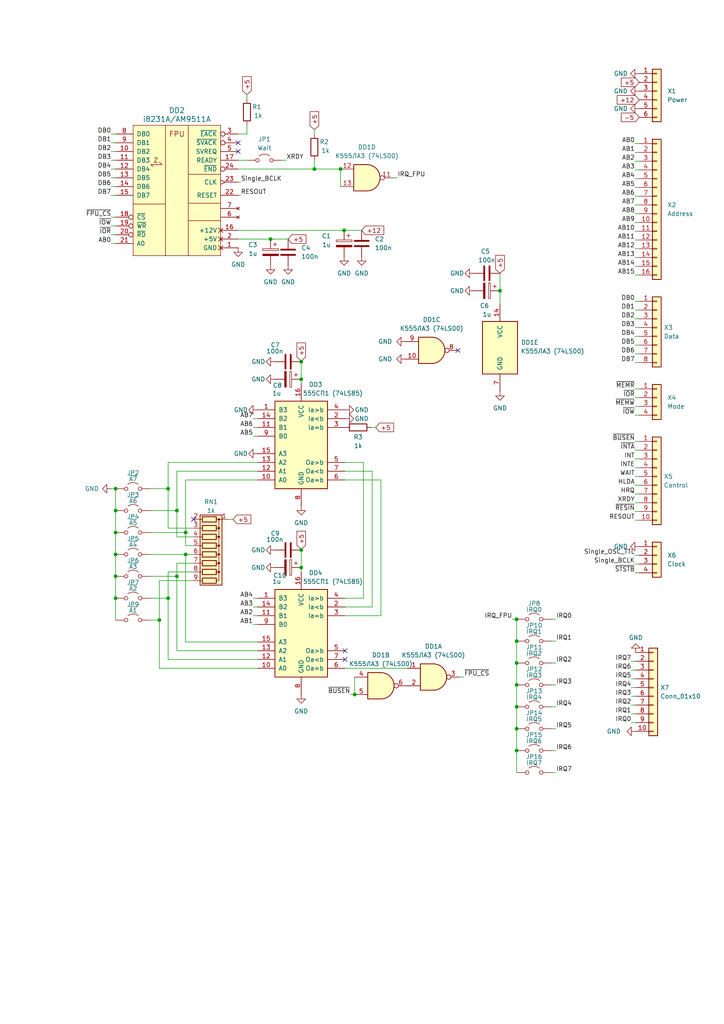
<source format=kicad_sch>
(kicad_sch (version 20231120) (generator "eeschema") (generator_version "8.0")
  (paper "A4" portrait)
  (title_block (title "Модуль математического процессора") (date "2026-02-19") (company "R2AKT") (comment 1 "R2AKT.467442.002") (comment 2 "R2AKT"))
  (lib_symbols
    (symbol "74xx:74LS00" (pin_names (offset 1.016))
      (property "Reference" "U" (at 0 1.27 0))
      (property "Value" "74LS00" (at 0 -1.27 0))
      (symbol "74LS00_1_1"
        (pin input line (at -7.62 2.54 0) (length 3.81) (name "~") (number "1"))
        (pin input line (at -7.62 -2.54 0) (length 3.81) (name "~") (number "2"))
        (pin output inverted (at 7.62 0 180) (length 3.81) (name "~") (number "3"))
      )
      (symbol "74LS00_1_2"
        (pin input inverted (at -7.62 2.54 0) (length 4.318) (name "~") (number "1"))
        (pin input inverted (at -7.62 -2.54 0) (length 4.318) (name "~") (number "2"))
        (pin output line (at 7.62 0 180) (length 3.81) (name "~") (number "3"))
      )
      (symbol "74LS00_2_1"
        (pin input line (at -7.62 2.54 0) (length 3.81) (name "~") (number "4"))
        (pin input line (at -7.62 -2.54 0) (length 3.81) (name "~") (number "5"))
        (pin output inverted (at 7.62 0 180) (length 3.81) (name "~") (number "6"))
      )
      (symbol "74LS00_2_2"
        (pin input inverted (at -7.62 2.54 0) (length 4.318) (name "~") (number "4"))
        (pin input inverted (at -7.62 -2.54 0) (length 4.318) (name "~") (number "5"))
        (pin output line (at 7.62 0 180) (length 3.81) (name "~") (number "6"))
      )
      (symbol "74LS00_3_1"
        (pin input line (at -7.62 -2.54 0) (length 3.81) (name "~") (number "10"))
        (pin output inverted (at 7.62 0 180) (length 3.81) (name "~") (number "8"))
        (pin input line (at -7.62 2.54 0) (length 3.81) (name "~") (number "9"))
      )
      (symbol "74LS00_3_2"
        (pin input inverted (at -7.62 -2.54 0) (length 4.318) (name "~") (number "10"))
        (pin output line (at 7.62 0 180) (length 3.81) (name "~") (number "8"))
        (pin input inverted (at -7.62 2.54 0) (length 4.318) (name "~") (number "9"))
      )
      (symbol "74LS00_4_1"
        (pin output inverted (at 7.62 0 180) (length 3.81) (name "~") (number "11"))
        (pin input line (at -7.62 2.54 0) (length 3.81) (name "~") (number "12"))
        (pin input line (at -7.62 -2.54 0) (length 3.81) (name "~") (number "13"))
      )
      (symbol "74LS00_4_2"
        (pin output line (at 7.62 0 180) (length 3.81) (name "~") (number "11"))
        (pin input inverted (at -7.62 2.54 0) (length 4.318) (name "~") (number "12"))
        (pin input inverted (at -7.62 -2.54 0) (length 4.318) (name "~") (number "13"))
      )
      (symbol "74LS00_5_0"
        (pin power_in line (at 0 12.7 270) (length 5.08) (name "VCC") (number "14"))
        (pin power_in line (at 0 -12.7 90) (length 5.08) (name "GND") (number "7"))
      )
    )
    (symbol "74xx:74LS85" (pin_names (offset 1.016))
      (property "Reference" "U" (at -7.62 13.97 0))
      (property "Value" "74LS85" (at -7.62 -13.97 0))
      (symbol "74LS85_1_0"
        (pin input line (at -12.7 10.16 0) (length 5.08) (name "B3") (number "1"))
        (pin input line (at -12.7 -10.16 0) (length 5.08) (name "A0") (number "10"))
        (pin input line (at -12.7 5.08 0) (length 5.08) (name "B1") (number "11"))
        (pin input line (at -12.7 -7.62 0) (length 5.08) (name "A1") (number "12"))
        (pin input line (at -12.7 -5.08 0) (length 5.08) (name "A2") (number "13"))
        (pin input line (at -12.7 7.62 0) (length 5.08) (name "B2") (number "14"))
        (pin input line (at -12.7 -2.54 0) (length 5.08) (name "A3") (number "15"))
        (pin power_in line (at 0 17.78 270) (length 5.08) (name "VCC") (number "16"))
        (pin input line (at 12.7 7.62 180) (length 5.08) (name "Ia<b") (number "2"))
        (pin input line (at 12.7 5.08 180) (length 5.08) (name "Ia=b") (number "3"))
        (pin input line (at 12.7 10.16 180) (length 5.08) (name "Ia>b") (number "4"))
        (pin output line (at 12.7 -5.08 180) (length 5.08) (name "Oa>b") (number "5"))
        (pin output line (at 12.7 -10.16 180) (length 5.08) (name "Oa=b") (number "6"))
        (pin output line (at 12.7 -7.62 180) (length 5.08) (name "Oa<b") (number "7"))
        (pin power_in line (at 0 -17.78 90) (length 5.08) (name "GND") (number "8"))
        (pin input line (at -12.7 2.54 0) (length 5.08) (name "B0") (number "9"))
      )
    )
    (symbol "Connector_Generic:Conn_01x04" (pin_names (offset 1.016) hide)
      (property "Reference" "J" (at 0 5.08 0))
      (property "Value" "Conn_01x04" (at 0 -7.62 0))
      (symbol "Conn_01x04_1_1"
        (pin passive line (at -5.08 2.54 0) (length 3.81) (name "Pin_1") (number "1"))
        (pin passive line (at -5.08 0 0) (length 3.81) (name "Pin_2") (number "2"))
        (pin passive line (at -5.08 -2.54 0) (length 3.81) (name "Pin_3") (number "3"))
        (pin passive line (at -5.08 -5.08 0) (length 3.81) (name "Pin_4") (number "4"))
      )
    )
    (symbol "Connector_Generic:Conn_01x06" (pin_names (offset 1.016) hide)
      (property "Reference" "J" (at 0 7.62 0))
      (property "Value" "Conn_01x06" (at 0 -10.16 0))
      (symbol "Conn_01x06_1_1"
        (pin passive line (at -5.08 5.08 0) (length 3.81) (name "Pin_1") (number "1"))
        (pin passive line (at -5.08 2.54 0) (length 3.81) (name "Pin_2") (number "2"))
        (pin passive line (at -5.08 0 0) (length 3.81) (name "Pin_3") (number "3"))
        (pin passive line (at -5.08 -2.54 0) (length 3.81) (name "Pin_4") (number "4"))
        (pin passive line (at -5.08 -5.08 0) (length 3.81) (name "Pin_5") (number "5"))
        (pin passive line (at -5.08 -7.62 0) (length 3.81) (name "Pin_6") (number "6"))
      )
    )
    (symbol "Connector_Generic:Conn_01x08" (pin_names (offset 1.016) hide)
      (property "Reference" "J" (at 0 10.16 0))
      (property "Value" "Conn_01x08" (at 0 -12.7 0))
      (symbol "Conn_01x08_1_1"
        (pin passive line (at -5.08 7.62 0) (length 3.81) (name "Pin_1") (number "1"))
        (pin passive line (at -5.08 5.08 0) (length 3.81) (name "Pin_2") (number "2"))
        (pin passive line (at -5.08 2.54 0) (length 3.81) (name "Pin_3") (number "3"))
        (pin passive line (at -5.08 0 0) (length 3.81) (name "Pin_4") (number "4"))
        (pin passive line (at -5.08 -2.54 0) (length 3.81) (name "Pin_5") (number "5"))
        (pin passive line (at -5.08 -5.08 0) (length 3.81) (name "Pin_6") (number "6"))
        (pin passive line (at -5.08 -7.62 0) (length 3.81) (name "Pin_7") (number "7"))
        (pin passive line (at -5.08 -10.16 0) (length 3.81) (name "Pin_8") (number "8"))
      )
    )
    (symbol "Connector_Generic:Conn_01x10" (pin_names (offset 1.016) hide)
      (property "Reference" "J" (at 0 12.7 0))
      (property "Value" "Conn_01x10" (at 0 -15.24 0))
      (symbol "Conn_01x10_1_1"
        (pin passive line (at -5.08 10.16 0) (length 3.81) (name "Pin_1") (number "1"))
        (pin passive line (at -5.08 -12.7 0) (length 3.81) (name "Pin_10") (number "10"))
        (pin passive line (at -5.08 7.62 0) (length 3.81) (name "Pin_2") (number "2"))
        (pin passive line (at -5.08 5.08 0) (length 3.81) (name "Pin_3") (number "3"))
        (pin passive line (at -5.08 2.54 0) (length 3.81) (name "Pin_4") (number "4"))
        (pin passive line (at -5.08 0 0) (length 3.81) (name "Pin_5") (number "5"))
        (pin passive line (at -5.08 -2.54 0) (length 3.81) (name "Pin_6") (number "6"))
        (pin passive line (at -5.08 -5.08 0) (length 3.81) (name "Pin_7") (number "7"))
        (pin passive line (at -5.08 -7.62 0) (length 3.81) (name "Pin_8") (number "8"))
        (pin passive line (at -5.08 -10.16 0) (length 3.81) (name "Pin_9") (number "9"))
      )
    )
    (symbol "Connector_Generic:Conn_01x16" (pin_names (offset 1.016) hide)
      (property "Reference" "J" (at 0 20.32 0))
      (property "Value" "Conn_01x16" (at 0 -22.86 0))
      (symbol "Conn_01x16_1_1"
        (pin passive line (at -5.08 17.78 0) (length 3.81) (name "Pin_1") (number "1"))
        (pin passive line (at -5.08 -5.08 0) (length 3.81) (name "Pin_10") (number "10"))
        (pin passive line (at -5.08 -7.62 0) (length 3.81) (name "Pin_11") (number "11"))
        (pin passive line (at -5.08 -10.16 0) (length 3.81) (name "Pin_12") (number "12"))
        (pin passive line (at -5.08 -12.7 0) (length 3.81) (name "Pin_13") (number "13"))
        (pin passive line (at -5.08 -15.24 0) (length 3.81) (name "Pin_14") (number "14"))
        (pin passive line (at -5.08 -17.78 0) (length 3.81) (name "Pin_15") (number "15"))
        (pin passive line (at -5.08 -20.32 0) (length 3.81) (name "Pin_16") (number "16"))
        (pin passive line (at -5.08 15.24 0) (length 3.81) (name "Pin_2") (number "2"))
        (pin passive line (at -5.08 12.7 0) (length 3.81) (name "Pin_3") (number "3"))
        (pin passive line (at -5.08 10.16 0) (length 3.81) (name "Pin_4") (number "4"))
        (pin passive line (at -5.08 7.62 0) (length 3.81) (name "Pin_5") (number "5"))
        (pin passive line (at -5.08 5.08 0) (length 3.81) (name "Pin_6") (number "6"))
        (pin passive line (at -5.08 2.54 0) (length 3.81) (name "Pin_7") (number "7"))
        (pin passive line (at -5.08 0 0) (length 3.81) (name "Pin_8") (number "8"))
        (pin passive line (at -5.08 -2.54 0) (length 3.81) (name "Pin_9") (number "9"))
      )
    )
    (symbol "Device:C" (pin_numbers hide) (pin_names (offset 0.254))
      (property "Reference" "C" (at 0.635 2.54 0))
      (property "Value" "C" (at 0.635 -2.54 0))
      (symbol "C_1_1"
        (pin passive line (at 0 3.81 270) (length 2.794) (name "~") (number "1"))
        (pin passive line (at 0 -3.81 90) (length 2.794) (name "~") (number "2"))
      )
    )
    (symbol "Device:C_Polarized" (pin_numbers hide) (pin_names (offset 0.254))
      (property "Reference" "C" (at 0.635 2.54 0))
      (property "Value" "C_Polarized" (at 0.635 -2.54 0))
      (symbol "C_Polarized_1_1"
        (pin passive line (at 0 3.81 270) (length 2.794) (name "~") (number "1"))
        (pin passive line (at 0 -3.81 90) (length 2.794) (name "~") (number "2"))
      )
    )
    (symbol "Device:R" (pin_numbers hide) (pin_names (offset 0))
      (property "Reference" "R" (at 2.032 0 90))
      (property "Value" "R" (at 0 0 90))
      (symbol "R_1_1"
        (pin passive line (at 0 3.81 270) (length 1.27) (name "~") (number "1"))
        (pin passive line (at 0 -3.81 90) (length 1.27) (name "~") (number "2"))
      )
    )
    (symbol "Device:R_Network08" (pin_names (offset 0) hide)
      (property "Reference" "RN" (at -12.7 0 90))
      (property "Value" "R_Network08" (at 10.16 0 90))
      (symbol "R_Network08_1_1"
        (pin passive line (at -10.16 5.08 270) (length 2.54) (name "common") (number "1"))
        (pin passive line (at -10.16 -5.08 90) (length 1.27) (name "R1") (number "2"))
        (pin passive line (at -7.62 -5.08 90) (length 1.27) (name "R2") (number "3"))
        (pin passive line (at -5.08 -5.08 90) (length 1.27) (name "R3") (number "4"))
        (pin passive line (at -2.54 -5.08 90) (length 1.27) (name "R4") (number "5"))
        (pin passive line (at 0 -5.08 90) (length 1.27) (name "R5") (number "6"))
        (pin passive line (at 2.54 -5.08 90) (length 1.27) (name "R6") (number "7"))
        (pin passive line (at 5.08 -5.08 90) (length 1.27) (name "R7") (number "8"))
        (pin passive line (at 7.62 -5.08 90) (length 1.27) (name "R8") (number "9"))
      )
    )
    (symbol "Jumper:Jumper_2_Open" (pin_numbers hide) (pin_names (offset 0) hide) (exclude_from_sim yes)
      (property "Reference" "JP" (at 0 2.794 0))
      (property "Value" "Jumper_2_Open" (at 0 -2.286 0))
      (symbol "Jumper_2_Open_1_1"
        (pin passive line (at -5.08 0 0) (length 2.54) (name "A") (number "1"))
        (pin passive line (at 5.08 0 180) (length 2.54) (name "B") (number "2"))
      )
    )
    (symbol "power:GND" (power) (pin_numbers hide) (pin_names (offset 0) hide)
      (property "Value" "GND" (at 0 -3.81 0))
      (symbol "GND_1_1"
        (pin power_in line (at 0 0 270) (length 0) (name "~") (number "1"))
      )
    )
    (symbol "К580-К1810-К1821:i8231A/AM9511A" (pin_names (offset 1.016))
      (property "Reference" "DD" (at 0.254 20.828 0))
      (property "Value" "i8231A/AM9511A" (at 0 -0.254 90))
      (symbol "i8231A/AM9511A_1_0"
        (text "FPU" (at 0 16.51 0) (effects (font (size 1.524 1.524))))
        (text "Z" (at -6.096 8.89 0) (effects (font (size 1.27 1.27))))
      )
      (symbol "i8231A/AM9511A_1_1"
        (pin power_in non_logic (at 17.78 -16.51 180) (length 5.08) (name "GND") (number "1"))
        (pin bidirectional line (at -17.78 11.43 0) (length 5.08) (name "DB2") (number "10"))
        (pin bidirectional line (at -17.78 8.89 0) (length 5.08) (name "DB3") (number "11"))
        (pin bidirectional line (at -17.78 6.35 0) (length 5.08) (name "DB4") (number "12"))
        (pin bidirectional line (at -17.78 3.81 0) (length 5.08) (name "DB5") (number "13"))
        (pin bidirectional line (at -17.78 1.27 0) (length 5.08) (name "DB6") (number "14"))
        (pin bidirectional line (at -17.78 -1.27 0) (length 5.08) (name "DB7") (number "15"))
        (pin power_in non_logic (at 17.78 -11.43 180) (length 5.08) (name "+12V") (number "16"))
        (pin open_collector line (at 17.78 8.89 180) (length 5.08) (name "READY") (number "17"))
        (pin input inverted (at -17.78 -7.62 0) (length 5.08) (name "~{CS}") (number "18"))
        (pin input inverted (at -17.78 -10.16 0) (length 5.08) (name "~{WR}") (number "19"))
        (pin power_in non_logic (at 17.78 -13.97 180) (length 5.08) (name "+5V") (number "2"))
        (pin input inverted (at -17.78 -12.7 0) (length 5.08) (name "~{RD}") (number "20"))
        (pin input line (at -17.78 -15.24 0) (length 5.08) (name "A0") (number "21"))
        (pin input line (at 17.78 -1.27 180) (length 5.08) (name "RESET") (number "22"))
        (pin input edge_clock_high (at 17.78 2.54 180) (length 5.08) (name "CLK") (number "23"))
        (pin output inverted (at 17.78 6.35 180) (length 5.08) (name "~{END}") (number "24"))
        (pin input inverted (at 17.78 16.51 180) (length 5.08) (name "~{EACK}") (number "3"))
        (pin input inverted (at 17.78 13.97 180) (length 5.08) (name "~{SVACK}") (number "4"))
        (pin output line (at 17.78 11.43 180) (length 5.08) (name "SVREQ") (number "5"))
        (pin no_connect line (at 17.78 -7.62 180) (length 5.08) (name "") (number "6"))
        (pin no_connect line (at 17.78 -5.08 180) (length 5.08) (name "") (number "7"))
        (pin bidirectional line (at -17.78 16.51 0) (length 5.08) (name "DB0") (number "8"))
        (pin bidirectional line (at -17.78 13.97 0) (length 5.08) (name "DB1") (number "9"))
      )
    )
  )
  (junction (at 48.768 173.482))
  (junction (at 87.376 159.512))
  (junction (at 149.86 211.328))
  (junction (at 145.034 84.328))
  (junction (at 149.86 185.928))
  (junction (at 149.86 217.678))
  (junction (at 51.308 167.132))
  (junction (at 149.86 192.278))
  (junction (at 87.376 104.902))
  (junction (at 99.822 66.802))
  (junction (at 87.376 109.982))
  (junction (at 33.528 160.782))
  (junction (at 51.308 148.082))
  (junction (at 46.228 179.832))
  (junction (at 33.528 141.732))
  (junction (at 33.528 154.432))
  (junction (at 87.376 164.592))
  (junction (at 53.848 160.782))
  (junction (at 48.768 141.732))
  (junction (at 149.86 198.628))
  (junction (at 102.87 201.422))
  (junction (at 53.848 154.432))
  (junction (at 33.528 148.082))
  (junction (at 33.528 167.132))
  (junction (at 149.86 179.578))
  (junction (at 91.186 49.022))
  (junction (at 33.528 173.482))
  (junction (at 149.86 204.978))
  (junction (at 78.486 69.342))
  (junction (at 98.806 49.022))
  (no_connect (at 69.088 43.942))
  (no_connect (at 69.088 41.402))
  (no_connect (at 100.076 191.262))
  (no_connect (at 132.842 101.6))
  (no_connect (at 56.134 150.622))
  (no_connect (at 100.076 188.722))
  (wire (pts (xy 91.186 49.022) (xy 98.806 49.022)))
  (wire (pts (xy 53.848 158.242) (xy 56.134 158.242)))
  (wire (pts (xy 185.42 163.576) (xy 184.15 163.576)))
  (wire (pts (xy 73.406 126.492) (xy 74.676 126.492)))
  (wire (pts (xy 185.42 92.456) (xy 184.15 92.456)))
  (wire (pts (xy 43.688 167.132) (xy 51.308 167.132)))
  (wire (pts (xy 185.42 105.156) (xy 184.15 105.156)))
  (wire (pts (xy 98.806 49.022) (xy 98.806 54.102)))
  (wire (pts (xy 185.42 148.336) (xy 184.15 148.336)))
  (wire (pts (xy 48.768 141.732) (xy 48.768 134.112)))
  (wire (pts (xy 149.86 198.628) (xy 149.86 204.978)))
  (wire (pts (xy 87.376 109.982) (xy 87.376 111.252)))
  (wire (pts (xy 51.308 148.082) (xy 51.308 155.702)))
  (wire (pts (xy 185.42 130.556) (xy 184.15 130.556)))
  (wire (pts (xy 185.42 112.776) (xy 184.15 112.776)))
  (wire (pts (xy 183.134 194.31) (xy 184.404 194.31)))
  (wire (pts (xy 185.42 97.536) (xy 184.15 97.536)))
  (wire (pts (xy 87.376 164.592) (xy 87.376 165.862)))
  (wire (pts (xy 184.15 143.256) (xy 185.42 143.256)))
  (wire (pts (xy 87.376 109.982) (xy 87.376 104.902)))
  (wire (pts (xy 161.29 217.678) (xy 160.02 217.678)))
  (wire (pts (xy 32.258 68.072) (xy 33.528 68.072)))
  (wire (pts (xy 32.258 70.612) (xy 33.528 70.612)))
  (wire (pts (xy 161.29 179.578) (xy 160.02 179.578)))
  (wire (pts (xy 185.42 46.736) (xy 184.15 46.736)))
  (wire (pts (xy 185.42 56.896) (xy 184.15 56.896)))
  (wire (pts (xy 33.528 41.402) (xy 32.258 41.402)))
  (wire (pts (xy 161.29 192.278) (xy 160.02 192.278)))
  (wire (pts (xy 185.42 102.616) (xy 184.15 102.616)))
  (wire (pts (xy 46.228 179.832) (xy 46.228 193.802)))
  (wire (pts (xy 110.49 178.562) (xy 100.076 178.562)))
  (wire (pts (xy 46.228 168.402) (xy 46.228 179.832)))
  (wire (pts (xy 53.848 186.182) (xy 74.676 186.182)))
  (wire (pts (xy 51.308 163.322) (xy 51.308 167.132)))
  (wire (pts (xy 33.528 43.942) (xy 32.258 43.942)))
  (wire (pts (xy 69.85 52.832) (xy 69.088 52.832)))
  (wire (pts (xy 185.42 61.976) (xy 184.15 61.976)))
  (wire (pts (xy 184.15 140.716) (xy 185.42 140.716)))
  (wire (pts (xy 43.688 141.732) (xy 48.768 141.732)))
  (wire (pts (xy 134.62 196.342) (xy 133.35 196.342)))
  (wire (pts (xy 46.228 168.402) (xy 56.134 168.402)))
  (wire (pts (xy 161.29 198.628) (xy 160.02 198.628)))
  (wire (pts (xy 91.186 46.482) (xy 91.186 49.022)))
  (wire (pts (xy 185.42 94.996) (xy 184.15 94.996)))
  (wire (pts (xy 149.86 179.578) (xy 149.86 185.928)))
  (wire (pts (xy 32.258 141.732) (xy 33.528 141.732)))
  (wire (pts (xy 100.076 136.652) (xy 107.95 136.652)))
  (wire (pts (xy 185.42 115.316) (xy 184.15 115.316)))
  (wire (pts (xy 48.768 134.112) (xy 74.676 134.112)))
  (wire (pts (xy 185.42 135.636) (xy 184.15 135.636)))
  (wire (pts (xy 53.848 158.242) (xy 53.848 154.432)))
  (wire (pts (xy 83.058 46.482) (xy 81.788 46.482)))
  (wire (pts (xy 73.406 178.562) (xy 74.676 178.562)))
  (wire (pts (xy 185.42 59.436) (xy 184.15 59.436)))
  (wire (pts (xy 91.186 37.592) (xy 91.186 38.862)))
  (wire (pts (xy 115.316 51.562) (xy 114.046 51.562)))
  (wire (pts (xy 149.86 217.678) (xy 149.86 224.028)))
  (wire (pts (xy 105.41 134.112) (xy 105.41 173.482)))
  (wire (pts (xy 48.768 173.482) (xy 48.768 191.262)))
  (wire (pts (xy 43.688 148.082) (xy 51.308 148.082)))
  (wire (pts (xy 185.42 77.216) (xy 184.15 77.216)))
  (wire (pts (xy 185.42 117.856) (xy 184.15 117.856)))
  (wire (pts (xy 51.308 167.132) (xy 51.308 188.722)))
  (wire (pts (xy 184.15 128.016) (xy 185.42 128.016)))
  (wire (pts (xy 69.088 46.482) (xy 71.628 46.482)))
  (wire (pts (xy 148.59 179.578) (xy 149.86 179.578)))
  (wire (pts (xy 73.406 176.022) (xy 74.676 176.022)))
  (wire (pts (xy 185.42 44.196) (xy 184.15 44.196)))
  (wire (pts (xy 69.088 49.022) (xy 91.186 49.022)))
  (wire (pts (xy 33.528 56.642) (xy 32.258 56.642)))
  (wire (pts (xy 43.688 179.832) (xy 46.228 179.832)))
  (wire (pts (xy 145.034 79.248) (xy 145.034 84.328)))
  (wire (pts (xy 185.42 100.076) (xy 184.15 100.076)))
  (wire (pts (xy 149.86 192.278) (xy 149.86 198.628)))
  (wire (pts (xy 183.134 191.77) (xy 184.404 191.77)))
  (wire (pts (xy 161.29 185.928) (xy 160.02 185.928)))
  (wire (pts (xy 43.688 154.432) (xy 53.848 154.432)))
  (wire (pts (xy 185.42 74.676) (xy 184.15 74.676)))
  (wire (pts (xy 161.29 211.328) (xy 160.02 211.328)))
  (wire (pts (xy 185.42 79.756) (xy 184.15 79.756)))
  (wire (pts (xy 185.42 166.116) (xy 184.15 166.116)))
  (wire (pts (xy 185.42 150.876) (xy 184.15 150.876)))
  (wire (pts (xy 51.308 163.322) (xy 56.134 163.322)))
  (wire (pts (xy 73.406 121.412) (xy 74.676 121.412)))
  (wire (pts (xy 161.29 204.978) (xy 160.02 204.978)))
  (wire (pts (xy 46.228 193.802) (xy 74.676 193.802)))
  (wire (pts (xy 100.076 193.802) (xy 118.11 193.802)))
  (wire (pts (xy 73.406 173.482) (xy 74.676 173.482)))
  (wire (pts (xy 53.848 160.782) (xy 53.848 186.182)))
  (wire (pts (xy 87.376 164.592) (xy 87.376 159.512)))
  (wire (pts (xy 33.528 46.482) (xy 32.258 46.482)))
  (wire (pts (xy 33.528 160.782) (xy 33.528 167.132)))
  (wire (pts (xy 33.528 49.022) (xy 32.258 49.022)))
  (wire (pts (xy 33.528 154.432) (xy 33.528 160.782)))
  (wire (pts (xy 183.134 209.55) (xy 184.404 209.55)))
  (wire (pts (xy 71.628 27.432) (xy 71.628 28.702)))
  (wire (pts (xy 183.134 196.85) (xy 184.404 196.85)))
  (wire (pts (xy 73.406 181.102) (xy 74.676 181.102)))
  (wire (pts (xy 53.848 139.192) (xy 74.676 139.192)))
  (wire (pts (xy 43.688 160.782) (xy 53.848 160.782)))
  (wire (pts (xy 33.528 54.102) (xy 32.258 54.102)))
  (wire (pts (xy 185.42 89.916) (xy 184.15 89.916)))
  (wire (pts (xy 161.29 224.028) (xy 160.02 224.028)))
  (wire (pts (xy 107.95 176.022) (xy 100.076 176.022)))
  (wire (pts (xy 183.134 204.47) (xy 184.404 204.47)))
  (wire (pts (xy 185.42 54.356) (xy 184.15 54.356)))
  (wire (pts (xy 185.42 51.816) (xy 184.15 51.816)))
  (wire (pts (xy 185.42 64.516) (xy 184.15 64.516)))
  (wire (pts (xy 53.848 154.432) (xy 53.848 139.192)))
  (wire (pts (xy 102.87 196.342) (xy 102.87 201.422)))
  (wire (pts (xy 69.088 66.802) (xy 99.822 66.802)))
  (wire (pts (xy 74.676 136.652) (xy 51.308 136.652)))
  (wire (pts (xy 48.768 165.862) (xy 56.134 165.862)))
  (wire (pts (xy 33.528 51.562) (xy 32.258 51.562)))
  (wire (pts (xy 48.768 191.262) (xy 74.676 191.262)))
  (wire (pts (xy 87.376 159.258) (xy 87.376 159.512)))
  (wire (pts (xy 149.86 185.928) (xy 149.86 192.278)))
  (wire (pts (xy 32.258 62.992) (xy 33.528 62.992)))
  (wire (pts (xy 33.528 148.082) (xy 33.528 154.432)))
  (wire (pts (xy 185.42 87.376) (xy 184.15 87.376)))
  (wire (pts (xy 33.528 167.132) (xy 33.528 173.482)))
  (wire (pts (xy 185.42 120.396) (xy 184.15 120.396)))
  (wire (pts (xy 48.768 153.162) (xy 48.768 141.732)))
  (wire (pts (xy 185.42 41.656) (xy 184.15 41.656)))
  (wire (pts (xy 87.376 104.648) (xy 87.376 104.902)))
  (wire (pts (xy 107.95 136.652) (xy 107.95 176.022)))
  (wire (pts (xy 149.86 204.978) (xy 149.86 211.328)))
  (wire (pts (xy 145.034 84.328) (xy 145.034 88.138)))
  (wire (pts (xy 32.258 65.532) (xy 33.528 65.532)))
  (wire (pts (xy 51.308 188.722) (xy 74.676 188.722)))
  (wire (pts (xy 83.566 69.342) (xy 78.486 69.342)))
  (wire (pts (xy 184.15 138.176) (xy 185.42 138.176)))
  (wire (pts (xy 104.902 66.802) (xy 99.822 66.802)))
  (wire (pts (xy 185.42 49.276) (xy 184.15 49.276)))
  (wire (pts (xy 69.85 56.642) (xy 69.088 56.642)))
  (wire (pts (xy 71.628 36.322) (xy 71.628 38.862)))
  (wire (pts (xy 102.87 201.422) (xy 101.6 201.422)))
  (wire (pts (xy 183.134 201.93) (xy 184.404 201.93)))
  (wire (pts (xy 184.15 145.796) (xy 185.42 145.796)))
  (wire (pts (xy 105.41 173.482) (xy 100.076 173.482)))
  (wire (pts (xy 108.966 123.952) (xy 107.696 123.952)))
  (wire (pts (xy 43.688 173.482) (xy 48.768 173.482)))
  (wire (pts (xy 53.848 160.782) (xy 56.134 160.782)))
  (wire (pts (xy 73.406 123.952) (xy 74.676 123.952)))
  (wire (pts (xy 66.294 150.622) (xy 67.564 150.622)))
  (wire (pts (xy 48.768 165.862) (xy 48.768 173.482)))
  (wire (pts (xy 51.308 155.702) (xy 56.134 155.702)))
  (wire (pts (xy 110.49 139.192) (xy 110.49 178.562)))
  (wire (pts (xy 185.42 72.136) (xy 184.15 72.136)))
  (wire (pts (xy 185.42 67.056) (xy 184.15 67.056)))
  (wire (pts (xy 149.86 211.328) (xy 149.86 217.678)))
  (wire (pts (xy 183.134 199.39) (xy 184.404 199.39)))
  (wire (pts (xy 33.528 38.862) (xy 32.258 38.862)))
  (wire (pts (xy 185.42 69.596) (xy 184.15 69.596)))
  (wire (pts (xy 100.076 134.112) (xy 105.41 134.112)))
  (wire (pts (xy 185.42 133.096) (xy 184.15 133.096)))
  (wire (pts (xy 100.076 139.192) (xy 110.49 139.192)))
  (wire (pts (xy 183.134 207.01) (xy 184.404 207.01)))
  (wire (pts (xy 51.308 136.652) (xy 51.308 148.082)))
  (wire (pts (xy 33.528 173.482) (xy 33.528 179.832)))
  (wire (pts (xy 33.528 141.732) (xy 33.528 148.082)))
  (wire (pts (xy 78.486 69.342) (xy 69.088 69.342)))
  (wire (pts (xy 71.628 38.862) (xy 69.088 38.862)))
  (wire (pts (xy 184.15 161.036) (xy 185.42 161.036)))
  (wire (pts (xy 48.768 153.162) (xy 56.134 153.162)))
  (label "DB6" (at 184.15 102.616 180))
  (label "~{STSTB}" (at 184.15 166.116 180))
  (label "DB5" (at 32.258 51.562 180))
  (label "~{BUSEN}" (at 184.15 128.016 180))
  (label "IRQ5" (at 161.29 211.328 0))
  (label "AB5" (at 184.15 54.356 180))
  (label "IRQ_FPU" (at 148.59 179.578 180))
  (label "IRQ1" (at 161.29 185.928 0))
  (label "AB1" (at 73.406 181.102 180))
  (label "AB4" (at 184.15 51.816 180))
  (label "AB3" (at 184.15 49.276 180))
  (label "~{INTA}" (at 184.15 130.556 180))
  (label "IRQ3" (at 183.134 201.93 180))
  (label "~{IOW}" (at 184.15 120.396 180))
  (label "~{MEMW}" (at 184.15 117.856 180))
  (label "~{IOW}" (at 32.258 65.532 180))
  (label "IRQ0" (at 183.134 209.55 180))
  (label "DB0" (at 32.258 38.862 180))
  (label "DB1" (at 32.258 41.402 180))
  (label "~{FPU_CS}" (at 134.62 196.342 0))
  (label "Single_BCLK" (at 69.85 52.832 0))
  (label "IRQ6" (at 161.29 217.678 0))
  (label "Single_OSC_TTL" (at 184.15 161.036 180))
  (label "DB2" (at 184.15 92.456 180))
  (label "AB3" (at 73.406 176.022 180))
  (label "DB5" (at 184.15 100.076 180))
  (label "AB5" (at 73.406 126.492 180))
  (label "AB12" (at 184.15 72.136 180))
  (label "HLDA" (at 184.15 140.716 180))
  (label "IRQ5" (at 183.134 196.85 180))
  (label "DB1" (at 184.15 89.916 180))
  (label "IRQ6" (at 183.134 194.31 180))
  (label "AB10" (at 184.15 67.056 180))
  (label "IRQ2" (at 183.134 204.47 180))
  (label "AB9" (at 184.15 64.516 180))
  (label "AB2" (at 184.15 46.736 180))
  (label "AB0" (at 32.258 70.612 180))
  (label "DB7" (at 184.15 105.156 180))
  (label "IRQ4" (at 183.134 199.39 180))
  (label "~{FPU_CS}" (at 32.258 62.992 180))
  (label "AB13" (at 184.15 74.676 180))
  (label "WAIT" (at 184.15 138.176 180))
  (label "AB11" (at 184.15 69.596 180))
  (label "IRQ0" (at 161.29 179.578 0))
  (label "DB3" (at 32.258 46.482 180))
  (label "IRQ1" (at 183.134 207.01 180))
  (label "IRQ3" (at 161.29 198.628 0))
  (label "DB2" (at 32.258 43.942 180))
  (label "HRQ" (at 184.15 143.256 180))
  (label "INTE" (at 184.15 135.636 180))
  (label "DB6" (at 32.258 54.102 180))
  (label "~{MEMR}" (at 184.15 112.776 180))
  (label "IRQ4" (at 161.29 204.978 0))
  (label "AB14" (at 184.15 77.216 180))
  (label "XRDY" (at 83.058 46.482 0))
  (label "~{RESIN}" (at 184.15 148.336 180))
  (label "XRDY" (at 184.15 145.796 180))
  (label "IRQ7" (at 183.134 191.77 180))
  (label "Single_BCLK" (at 184.15 163.576 180))
  (label "AB7" (at 73.406 121.412 180))
  (label "RESOUT" (at 69.85 56.642 0))
  (label "RESOUT" (at 184.15 150.876 180))
  (label "~{BUSEN}" (at 101.6 201.422 180))
  (label "DB4" (at 184.15 97.536 180))
  (label "AB8" (at 184.15 61.976 180))
  (label "AB0" (at 184.15 41.656 180))
  (label "DB0" (at 184.15 87.376 180))
  (label "AB2" (at 73.406 178.562 180))
  (label "DB7" (at 32.258 56.642 180))
  (label "INT" (at 184.15 133.096 180))
  (label "IRQ7" (at 161.29 224.028 0))
  (label "DB4" (at 32.258 49.022 180))
  (label "AB1" (at 184.15 44.196 180))
  (label "AB6" (at 184.15 56.896 180))
  (label "~{IOR}" (at 184.15 115.316 180))
  (label "AB7" (at 184.15 59.436 180))
  (label "AB6" (at 73.406 123.952 180))
  (label "DB3" (at 184.15 94.996 180))
  (label "IRQ_FPU" (at 115.316 51.562 0))
  (label "AB15" (at 184.15 79.756 180))
  (label "~{IOR}" (at 32.258 68.072 180))
  (label "IRQ2" (at 161.29 192.278 0))
  (label "AB4" (at 73.406 173.482 180))
  (global_label "-5" (shape input) (at 185.42 34.036 180) (property "Intersheetrefs" "${INTERSHEET_REFS}" (effects (hide yes))))
  (global_label "+5" (shape input) (at 87.376 159.258 90) (property "Intersheetrefs" "${INTERSHEET_REFS}" (effects (hide yes))))
  (global_label "+5" (shape input) (at 91.186 37.592 90) (property "Intersheetrefs" "${INTERSHEET_REFS}" (effects (hide yes))))
  (global_label "+5" (shape input) (at 67.564 150.622 0) (property "Intersheetrefs" "${INTERSHEET_REFS}" (effects (hide yes))))
  (global_label "+5" (shape input) (at 87.376 104.648 90) (property "Intersheetrefs" "${INTERSHEET_REFS}" (effects (hide yes))))
  (global_label "+12" (shape input) (at 185.42 28.956 180) (property "Intersheetrefs" "${INTERSHEET_REFS}" (effects (hide yes))))
  (global_label "+5" (shape input) (at 108.966 123.952 0) (property "Intersheetrefs" "${INTERSHEET_REFS}" (effects (hide yes))))
  (global_label "+5" (shape input) (at 71.628 27.432 90) (property "Intersheetrefs" "${INTERSHEET_REFS}" (effects (hide yes))))
  (global_label "+5" (shape input) (at 185.42 23.876 180) (property "Intersheetrefs" "${INTERSHEET_REFS}" (effects (hide yes))))
  (global_label "+12" (shape input) (at 104.902 66.802 0) (property "Intersheetrefs" "${INTERSHEET_REFS}" (effects (hide yes))))
  (global_label "+5" (shape input) (at 145.034 79.248 90) (property "Intersheetrefs" "${INTERSHEET_REFS}" (effects (hide yes))))
  (global_label "+5" (shape input) (at 83.566 69.342 0) (property "Intersheetrefs" "${INTERSHEET_REFS}" (effects (hide yes))))
  (symbol (lib_id "power:GND") (at 74.676 131.572 270) (unit 1)
    (property "Reference" "#PWR19" (effects (hide yes)))
    (property "Value" "GND" (at 69.85 131.572 90))
    (property "Description" "Power symbol creates a global label with name \"GND\" , ground" (effects (hide yes)))
  )
  (symbol (lib_id "Device:C") (at 83.566 159.512 270) (mirror x) (unit 1)
    (property "Reference" "C9" (at 78.486 154.686 90) (effects (justify left)))
    (property "Value" "100n" (at 77.216 156.464 90) (effects (justify left)))
    (property "Footprint" "Capacitor_SMD:C_0805_2012Metric_Pad1.18x1.45mm_HandSolder" (effects (hide yes)))
    (property "Description" "Unpolarized capacitor" (effects (hide yes)))
  )
  (symbol (lib_id "Jumper:Jumper_2_Open") (at 38.608 148.082 0) (unit 1) (exclude_from_sim yes)
    (property "Reference" "JP3" (at 38.608 143.51 0))
    (property "Value" "~{A6}" (at 38.608 145.288 0))
    (property "Footprint" "Jumper:SolderJumper-2_P1.3mm_Open_RoundedPad1.0x1.5mm" (effects (hide yes)))
    (property "Description" "Jumper, 2-pole, open" (effects (hide yes)))
  )
  (symbol (lib_id "74xx:74LS85") (at 87.376 129.032 0) (unit 1)
    (property "Reference" "DD3" (at 89.5701 111.506 0) (effects (justify left)))
    (property "Value" "555СП1 (74LS85)" (at 87.884 114.046 0) (effects (justify left)))
    (property "Footprint" "Package_DIP:DIP-16_W7.62mm_Socket_LongPads" (effects (hide yes)))
    (property "Datasheet" "http://www.ti.com/lit/gpn/sn74LS85" (effects (hide yes)))
    (property "Description" "4-bit Comparator" (effects (hide yes)))
  )
  (symbol (lib_id "К580-К1810-К1821:i8231A/AM9511A") (at 51.308 55.372 0) (unit 1)
    (property "Reference" "DD2" (at 51.308 32.004 0) (effects (font (size 1.524 1.524))))
    (property "Value" "i8231A/AM9511A" (at 51.308 34.544 0) (effects (font (size 1.524 1.524))))
    (property "Footprint" "Package_DIP:DIP-24_W15.24mm_Socket_LongPads" (effects (hide yes)))
  )
  (symbol (lib_id "Device:C") (at 104.902 70.612 0) (unit 1)
    (property "Reference" "C2" (at 108.712 69.3419 0) (effects (justify left)))
    (property "Value" "100n" (at 108.712 71.8819 0) (effects (justify left)))
    (property "Footprint" "Capacitor_SMD:C_0805_2012Metric_Pad1.18x1.45mm_HandSolder" (effects (hide yes)))
    (property "Description" "Unpolarized capacitor" (effects (hide yes)))
  )
  (symbol (lib_id "Jumper:Jumper_2_Open") (at 154.94 192.278 0) (unit 1) (exclude_from_sim yes)
    (property "Reference" "JP11" (at 154.94 187.706 0))
    (property "Value" "IRQ2" (at 154.94 189.484 0))
    (property "Footprint" "Jumper:SolderJumper-2_P1.3mm_Open_RoundedPad1.0x1.5mm" (effects (hide yes)))
    (property "Description" "Jumper, 2-pole, open" (effects (hide yes)))
  )
  (symbol (lib_id "power:GND") (at 83.566 76.962 0) (mirror y) (unit 1)
    (property "Reference" "#PWR8" (effects (hide yes)))
    (property "Value" "GND" (at 83.566 81.788 0))
    (property "Description" "Power symbol creates a global label with name \"GND\" , ground" (effects (hide yes)))
  )
  (symbol (lib_id "power:GND") (at 104.902 74.422 0) (mirror y) (unit 1)
    (property "Reference" "#PWR6" (effects (hide yes)))
    (property "Value" "GND" (at 104.902 79.248 0))
    (property "Description" "Power symbol creates a global label with name \"GND\" , ground" (effects (hide yes)))
  )
  (symbol (lib_id "Jumper:Jumper_2_Open") (at 154.94 204.978 0) (unit 1) (exclude_from_sim yes)
    (property "Reference" "JP13" (at 154.94 200.406 0))
    (property "Value" "IRQ4" (at 154.94 202.184 0))
    (property "Footprint" "Jumper:SolderJumper-2_P1.3mm_Open_RoundedPad1.0x1.5mm" (effects (hide yes)))
    (property "Description" "Jumper, 2-pole, open" (effects (hide yes)))
  )
  (symbol (lib_id "74xx:74LS00") (at 106.426 51.562 0) (unit 4)
    (property "Reference" "DD1" (at 106.426 42.672 0))
    (property "Value" "К555ЛА3 (74LS00)" (at 106.426 45.212 0))
    (property "Footprint" "Package_DIP:DIP-14_W7.62mm_Socket_LongPads" (effects (hide yes)))
    (property "Datasheet" "http://www.ti.com/lit/gpn/sn74ls00" (effects (hide yes)))
    (property "Description" "quad 2-input NAND gate" (effects (hide yes)))
  )
  (symbol (lib_id "power:GND") (at 79.756 104.902 270) (unit 1)
    (property "Reference" "#PWR13" (effects (hide yes)))
    (property "Value" "GND" (at 74.93 104.902 90))
    (property "Description" "Power symbol creates a global label with name \"GND\" , ground" (effects (hide yes)))
  )
  (symbol (lib_id "74xx:74LS00") (at 110.49 198.882 0) (unit 2)
    (property "Reference" "DD1" (at 110.49 189.992 0))
    (property "Value" "К555ЛА3 (74LS00)" (at 110.49 192.532 0))
    (property "Footprint" "Package_DIP:DIP-14_W7.62mm_Socket_LongPads" (effects (hide yes)))
    (property "Datasheet" "http://www.ti.com/lit/gpn/sn74ls00" (effects (hide yes)))
    (property "Description" "quad 2-input NAND gate" (effects (hide yes)))
  )
  (symbol (lib_id "power:GND") (at 137.414 79.248 270) (mirror x) (unit 1)
    (property "Reference" "#PWR9" (effects (hide yes)))
    (property "Value" "GND" (at 132.588 79.248 90))
    (property "Description" "Power symbol creates a global label with name \"GND\" , ground" (effects (hide yes)))
  )
  (symbol (lib_id "Jumper:Jumper_2_Open") (at 154.94 211.328 0) (unit 1) (exclude_from_sim yes)
    (property "Reference" "JP14" (at 154.94 206.756 0))
    (property "Value" "IRQ5" (at 154.94 208.534 0))
    (property "Footprint" "Jumper:SolderJumper-2_P1.3mm_Open_RoundedPad1.0x1.5mm" (effects (hide yes)))
    (property "Description" "Jumper, 2-pole, open" (effects (hide yes)))
  )
  (symbol (lib_id "power:GND") (at 184.404 212.09 270) (unit 1)
    (property "Reference" "#PWR27" (effects (hide yes)))
    (property "Value" "GND" (at 180.086 212.0899 90) (effects (justify right)))
    (property "Description" "Power symbol creates a global label with name \"GND\" , ground" (effects (hide yes)))
  )
  (symbol (lib_id "Connector_Generic:Conn_01x16") (at 190.5 59.436 0) (unit 1)
    (property "Reference" "X2" (at 193.548 59.4359 0) (effects (justify left)))
    (property "Value" "Address" (at 193.548 61.9759 0) (effects (justify left)))
    (property "Footprint" "Connector_PinHeader_2.54mm:PinHeader_1x16_P2.54mm_Vertical" (effects (hide yes)))
    (property "Description" "Generic connector, single row, 01x16, script generated (kicad-library-utils/schlib/autogen/connector/)" (effects (hide yes)))
  )
  (symbol (lib_id "power:GND") (at 100.076 121.412 90) (unit 1)
    (property "Reference" "#PWR18" (effects (hide yes)))
    (property "Value" "GND" (at 104.902 121.412 90))
    (property "Description" "Power symbol creates a global label with name \"GND\" , ground" (effects (hide yes)))
  )
  (symbol (lib_id "power:GND") (at 185.42 31.496 270) (unit 1)
    (property "Reference" "#PWR3" (effects (hide yes)))
    (property "Value" "GND" (at 182.118 31.4959 90) (effects (justify right)))
    (property "Description" "Power symbol creates a global label with name \"GND\" , ground" (effects (hide yes)))
  )
  (symbol (lib_id "Jumper:Jumper_2_Open") (at 154.94 185.928 0) (unit 1) (exclude_from_sim yes)
    (property "Reference" "JP10" (at 154.94 181.356 0))
    (property "Value" "IRQ1" (at 154.94 183.134 0))
    (property "Footprint" "Jumper:SolderJumper-2_P1.3mm_Open_RoundedPad1.0x1.5mm" (effects (hide yes)))
    (property "Description" "Jumper, 2-pole, open" (effects (hide yes)))
  )
  (symbol (lib_id "Jumper:Jumper_2_Open") (at 38.608 167.132 0) (unit 1) (exclude_from_sim yes)
    (property "Reference" "JP6" (at 38.608 162.56 0))
    (property "Value" "~{A3}" (at 38.608 164.338 0))
    (property "Footprint" "Jumper:SolderJumper-2_P1.3mm_Open_RoundedPad1.0x1.5mm" (effects (hide yes)))
    (property "Description" "Jumper, 2-pole, open" (effects (hide yes)))
  )
  (symbol (lib_id "Jumper:Jumper_2_Open") (at 38.608 160.782 0) (unit 1) (exclude_from_sim yes)
    (property "Reference" "JP5" (at 38.608 156.21 0))
    (property "Value" "~{A4}" (at 38.608 157.988 0))
    (property "Footprint" "Jumper:SolderJumper-2_P1.3mm_Open_RoundedPad1.0x1.5mm" (effects (hide yes)))
    (property "Description" "Jumper, 2-pole, open" (effects (hide yes)))
  )
  (symbol (lib_id "power:GND") (at 145.034 113.538 0) (unit 1)
    (property "Reference" "#PWR15" (effects (hide yes)))
    (property "Value" "GND" (at 145.034 118.364 0))
    (property "Description" "Power symbol creates a global label with name \"GND\" , ground" (effects (hide yes)))
  )
  (symbol (lib_id "Device:R") (at 103.886 123.952 90) (mirror x) (unit 1)
    (property "Reference" "R3" (at 103.886 126.746 90))
    (property "Value" "1k" (at 103.886 129.286 90))
    (property "Footprint" "Resistor_SMD:R_0805_2012Metric_Pad1.20x1.40mm_HandSolder" (effects (hide yes)))
    (property "Description" "Resistor" (effects (hide yes)))
  )
  (symbol (lib_id "power:GND") (at 100.076 118.872 90) (unit 1)
    (property "Reference" "#PWR17" (effects (hide yes)))
    (property "Value" "GND" (at 104.902 118.872 90))
    (property "Description" "Power symbol creates a global label with name \"GND\" , ground" (effects (hide yes)))
  )
  (symbol (lib_id "Jumper:Jumper_2_Open") (at 38.608 173.482 0) (unit 1) (exclude_from_sim yes)
    (property "Reference" "JP7" (at 38.608 168.91 0))
    (property "Value" "~{A2}" (at 38.608 170.688 0))
    (property "Footprint" "Jumper:SolderJumper-2_P1.3mm_Open_RoundedPad1.0x1.5mm" (effects (hide yes)))
    (property "Description" "Jumper, 2-pole, open" (effects (hide yes)))
  )
  (symbol (lib_id "Connector_Generic:Conn_01x08") (at 190.5 94.996 0) (unit 1)
    (property "Reference" "X3" (at 192.532 94.9959 0) (effects (justify left)))
    (property "Value" "Data" (at 192.532 97.5359 0) (effects (justify left)))
    (property "Footprint" "Connector_PinHeader_2.54mm:PinHeader_1x08_P2.54mm_Vertical" (effects (hide yes)))
    (property "Description" "Generic connector, single row, 01x08, script generated (kicad-library-utils/schlib/autogen/connector/)" (effects (hide yes)))
  )
  (symbol (lib_id "Device:C_Polarized") (at 83.566 164.592 270) (unit 1)
    (property "Reference" "C10" (at 79.248 166.878 90) (effects (justify left)))
    (property "Value" "1u" (at 78.994 168.656 90) (effects (justify left)))
    (property "Footprint" "Capacitor_Tantalum_SMD:CP_EIA-3216-18_Kemet-A_Pad1.58x1.35mm_HandSolder" (effects (hide yes)))
    (property "Description" "Polarized capacitor" (effects (hide yes)))
  )
  (symbol (lib_id "power:GND") (at 74.676 118.872 270) (unit 1)
    (property "Reference" "#PWR16" (effects (hide yes)))
    (property "Value" "GND" (at 69.85 118.872 90))
    (property "Description" "Power symbol creates a global label with name \"GND\" , ground" (effects (hide yes)))
  )
  (symbol (lib_id "power:GND") (at 87.376 146.812 0) (unit 1)
    (property "Reference" "#PWR21" (effects (hide yes)))
    (property "Value" "GND" (at 87.376 151.638 0))
    (property "Description" "Power symbol creates a global label with name \"GND\" , ground" (effects (hide yes)))
  )
  (symbol (lib_id "Device:R") (at 71.628 32.512 0) (mirror x) (unit 1)
    (property "Reference" "R1" (at 73.152 30.988 0) (effects (justify left)))
    (property "Value" "1k" (at 73.66 33.528 0) (effects (justify left)))
    (property "Footprint" "Resistor_SMD:R_0805_2012Metric_Pad1.20x1.40mm_HandSolder" (effects (hide yes)))
    (property "Description" "Resistor" (effects (hide yes)))
  )
  (symbol (lib_id "Jumper:Jumper_2_Open") (at 154.94 224.028 0) (unit 1) (exclude_from_sim yes)
    (property "Reference" "JP16" (at 154.94 219.456 0))
    (property "Value" "IRQ7" (at 154.94 221.234 0))
    (property "Footprint" "Jumper:SolderJumper-2_P1.3mm_Open_RoundedPad1.0x1.5mm" (effects (hide yes)))
    (property "Description" "Jumper, 2-pole, open" (effects (hide yes)))
  )
  (symbol (lib_id "74xx:74LS00") (at 125.222 101.6 0) (unit 3)
    (property "Reference" "DD1" (at 125.222 92.71 0))
    (property "Value" "К555ЛА3 (74LS00)" (at 125.222 95.25 0))
    (property "Footprint" "Package_DIP:DIP-14_W7.62mm_Socket_LongPads" (effects (hide yes)))
    (property "Datasheet" "http://www.ti.com/lit/gpn/sn74ls00" (effects (hide yes)))
    (property "Description" "quad 2-input NAND gate" (effects (hide yes)))
  )
  (symbol (lib_id "Connector_Generic:Conn_01x04") (at 190.5 115.316 0) (unit 1)
    (property "Reference" "X4" (at 193.548 115.3159 0) (effects (justify left)))
    (property "Value" "Mode" (at 193.548 117.8559 0) (effects (justify left)))
    (property "Footprint" "Connector_PinHeader_2.54mm:PinHeader_1x04_P2.54mm_Vertical" (effects (hide yes)))
    (property "Description" "Generic connector, single row, 01x04, script generated (kicad-library-utils/schlib/autogen/connector/)" (effects (hide yes)))
  )
  (symbol (lib_id "Jumper:Jumper_2_Open") (at 154.94 179.578 0) (unit 1) (exclude_from_sim yes)
    (property "Reference" "JP8" (at 154.94 175.006 0))
    (property "Value" "IRQ0" (at 154.94 176.784 0))
    (property "Footprint" "Jumper:SolderJumper-2_P1.3mm_Open_RoundedPad1.0x1.5mm" (effects (hide yes)))
    (property "Description" "Jumper, 2-pole, open" (effects (hide yes)))
  )
  (symbol (lib_id "Jumper:Jumper_2_Open") (at 38.608 141.732 0) (unit 1) (exclude_from_sim yes)
    (property "Reference" "JP2" (at 38.608 137.16 0))
    (property "Value" "~{A7}" (at 38.608 138.938 0))
    (property "Footprint" "Jumper:SolderJumper-2_P1.3mm_Open_RoundedPad1.0x1.5mm" (effects (hide yes)))
    (property "Description" "Jumper, 2-pole, open" (effects (hide yes)))
  )
  (symbol (lib_id "74xx:74LS00") (at 125.73 196.342 0) (unit 1)
    (property "Reference" "DD1" (at 125.73 187.452 0))
    (property "Value" "К555ЛА3 (74LS00)" (at 125.73 189.992 0))
    (property "Footprint" "Package_DIP:DIP-14_W7.62mm_Socket_LongPads" (effects (hide yes)))
    (property "Datasheet" "http://www.ti.com/lit/gpn/sn74ls00" (effects (hide yes)))
    (property "Description" "quad 2-input NAND gate" (effects (hide yes)))
  )
  (symbol (lib_id "Jumper:Jumper_2_Open") (at 38.608 179.832 0) (unit 1) (exclude_from_sim yes)
    (property "Reference" "JP9" (at 38.608 175.26 0))
    (property "Value" "~{A1}" (at 38.608 177.038 0))
    (property "Footprint" "Jumper:SolderJumper-2_P1.3mm_Open_RoundedPad1.0x1.5mm" (effects (hide yes)))
    (property "Description" "Jumper, 2-pole, open" (effects (hide yes)))
  )
  (symbol (lib_id "power:GND") (at 184.404 189.23 180) (unit 1)
    (property "Reference" "#PWR25" (effects (hide yes)))
    (property "Value" "GND" (at 182.372 184.912 0) (effects (justify right)))
    (property "Description" "Power symbol creates a global label with name \"GND\" , ground" (effects (hide yes)))
  )
  (symbol (lib_id "Jumper:Jumper_2_Open") (at 38.608 154.432 0) (unit 1) (exclude_from_sim yes)
    (property "Reference" "JP4" (at 38.608 149.86 0))
    (property "Value" "~{A5}" (at 38.608 151.638 0))
    (property "Footprint" "Jumper:SolderJumper-2_P1.3mm_Open_RoundedPad1.0x1.5mm" (effects (hide yes)))
    (property "Description" "Jumper, 2-pole, open" (effects (hide yes)))
  )
  (symbol (lib_id "power:GND") (at 137.414 84.328 270) (mirror x) (unit 1)
    (property "Reference" "#PWR10" (effects (hide yes)))
    (property "Value" "GND" (at 132.588 84.328 90))
    (property "Description" "Power symbol creates a global label with name \"GND\" , ground" (effects (hide yes)))
  )
  (symbol (lib_id "Jumper:Jumper_2_Open") (at 154.94 217.678 0) (unit 1) (exclude_from_sim yes)
    (property "Reference" "JP15" (at 154.94 213.106 0))
    (property "Value" "IRQ6" (at 154.94 214.884 0))
    (property "Footprint" "Jumper:SolderJumper-2_P1.3mm_Open_RoundedPad1.0x1.5mm" (effects (hide yes)))
    (property "Description" "Jumper, 2-pole, open" (effects (hide yes)))
  )
  (symbol (lib_id "Connector_Generic:Conn_01x06") (at 190.5 26.416 0) (unit 1)
    (property "Reference" "X1" (at 193.548 26.4159 0) (effects (justify left)))
    (property "Value" "Power" (at 193.548 28.9559 0) (effects (justify left)))
    (property "Footprint" "Connector_PinHeader_2.54mm:PinHeader_1x06_P2.54mm_Vertical" (effects (hide yes)))
    (property "Description" "Generic connector, single row, 01x06, script generated (kicad-library-utils/schlib/autogen/connector/)" (effects (hide yes)))
  )
  (symbol (lib_id "Device:R_Network08") (at 61.214 160.782 270) (unit 1)
    (property "Reference" "RN1" (at 61.214 145.542 90))
    (property "Value" "1k" (at 61.214 148.082 90))
    (property "Footprint" "Resistor_THT:R_Array_SIP9" (effects (hide yes)))
    (property "Datasheet" "http://www.vishay.com/docs/31509/csc.pdf" (effects (hide yes)))
    (property "Description" "8 resistor network, star topology, bussed resistors, small symbol" (effects (hide yes)))
  )
  (symbol (lib_id "power:GND") (at 32.258 141.732 270) (mirror x) (unit 1)
    (property "Reference" "#PWR20" (effects (hide yes)))
    (property "Value" "GND" (at 28.702 141.7321 90) (effects (justify right)))
    (property "Description" "Power symbol creates a global label with name \"GND\" , ground" (effects (hide yes)))
  )
  (symbol (lib_id "Device:C") (at 141.224 79.248 270) (mirror x) (unit 1)
    (property "Reference" "C5" (at 139.446 72.898 90) (effects (justify left)))
    (property "Value" "100n" (at 138.684 75.438 90) (effects (justify left)))
    (property "Footprint" "Capacitor_SMD:C_0805_2012Metric_Pad1.18x1.45mm_HandSolder" (effects (hide yes)))
    (property "Description" "Unpolarized capacitor" (effects (hide yes)))
  )
  (symbol (lib_id "Device:C_Polarized") (at 78.486 73.152 0) (mirror y) (unit 1)
    (property "Reference" "C3" (at 74.676 70.9929 0) (effects (justify left)))
    (property "Value" "1u" (at 74.676 73.5329 0) (effects (justify left)))
    (property "Footprint" "Capacitor_Tantalum_SMD:CP_EIA-3216-18_Kemet-A_Pad1.58x1.35mm_HandSolder" (effects (hide yes)))
    (property "Description" "Polarized capacitor" (effects (hide yes)))
  )
  (symbol (lib_id "power:GND") (at 87.376 201.422 0) (unit 1)
    (property "Reference" "#PWR26" (effects (hide yes)))
    (property "Value" "GND" (at 87.376 206.248 0))
    (property "Description" "Power symbol creates a global label with name \"GND\" , ground" (effects (hide yes)))
  )
  (symbol (lib_id "Device:C_Polarized") (at 99.822 70.612 0) (mirror y) (unit 1)
    (property "Reference" "C1" (at 96.012 68.4529 0) (effects (justify left)))
    (property "Value" "1u" (at 96.012 70.9929 0) (effects (justify left)))
    (property "Footprint" "Capacitor_Tantalum_SMD:CP_EIA-3216-18_Kemet-A_Pad1.58x1.35mm_HandSolder" (effects (hide yes)))
    (property "Description" "Polarized capacitor" (effects (hide yes)))
  )
  (symbol (lib_id "power:GND") (at 79.756 109.982 270) (unit 1)
    (property "Reference" "#PWR14" (effects (hide yes)))
    (property "Value" "GND" (at 74.93 109.982 90))
    (property "Description" "Power symbol creates a global label with name \"GND\" , ground" (effects (hide yes)))
  )
  (symbol (lib_id "Device:C") (at 83.566 104.902 270) (mirror x) (unit 1)
    (property "Reference" "C7" (at 78.486 100.076 90) (effects (justify left)))
    (property "Value" "100n" (at 77.216 101.854 90) (effects (justify left)))
    (property "Footprint" "Capacitor_SMD:C_0805_2012Metric_Pad1.18x1.45mm_HandSolder" (effects (hide yes)))
    (property "Description" "Unpolarized capacitor" (effects (hide yes)))
  )
  (symbol (lib_id "Device:C_Polarized") (at 141.224 84.328 270) (unit 1)
    (property "Reference" "C6" (at 139.192 88.646 90) (effects (justify left)))
    (property "Value" "1u" (at 139.954 91.186 90) (effects (justify left)))
    (property "Footprint" "Capacitor_Tantalum_SMD:CP_EIA-3216-18_Kemet-A_Pad1.58x1.35mm_HandSolder" (effects (hide yes)))
    (property "Description" "Polarized capacitor" (effects (hide yes)))
  )
  (symbol (lib_id "power:GND") (at 117.602 99.06 270) (unit 1)
    (property "Reference" "#PWR11" (effects (hide yes)))
    (property "Value" "GND" (at 113.792 99.0599 90) (effects (justify right)))
    (property "Description" "Power symbol creates a global label with name \"GND\" , ground" (effects (hide yes)))
  )
  (symbol (lib_id "Connector_Generic:Conn_01x10") (at 190.5 138.176 0) (unit 1)
    (property "Reference" "X5" (at 192.532 138.1759 0) (effects (justify left)))
    (property "Value" "Control" (at 192.532 140.7159 0) (effects (justify left)))
    (property "Footprint" "Connector_PinHeader_2.54mm:PinHeader_1x10_P2.54mm_Vertical" (effects (hide yes)))
    (property "Description" "Generic connector, single row, 01x10, script generated (kicad-library-utils/schlib/autogen/connector/)" (effects (hide yes)))
  )
  (symbol (lib_id "power:GND") (at 79.756 159.512 270) (unit 1)
    (property "Reference" "#PWR23" (effects (hide yes)))
    (property "Value" "GND" (at 74.93 159.512 90))
    (property "Description" "Power symbol creates a global label with name \"GND\" , ground" (effects (hide yes)))
  )
  (symbol (lib_id "Connector_Generic:Conn_01x10") (at 189.484 199.39 0) (unit 1)
    (property "Reference" "X7" (at 191.516 199.3899 0) (effects (justify left)))
    (property "Value" "Conn_01x10" (at 191.516 201.9299 0) (effects (justify left)))
    (property "Footprint" "Connector_PinHeader_2.54mm:PinHeader_1x10_P2.54mm_Vertical" (effects (hide yes)))
    (property "Description" "Generic connector, single row, 01x10, script generated (kicad-library-utils/schlib/autogen/connector/)" (effects (hide yes)))
  )
  (symbol (lib_id "Device:R") (at 91.186 42.672 0) (mirror x) (unit 1)
    (property "Reference" "R2" (at 92.71 41.148 0) (effects (justify left)))
    (property "Value" "1k" (at 93.218 43.688 0) (effects (justify left)))
    (property "Footprint" "Resistor_SMD:R_0805_2012Metric_Pad1.20x1.40mm_HandSolder" (effects (hide yes)))
    (property "Description" "Resistor" (effects (hide yes)))
  )
  (symbol (lib_id "74xx:74LS85") (at 87.376 183.642 0) (unit 1)
    (property "Reference" "DD4" (at 89.5701 166.116 0) (effects (justify left)))
    (property "Value" "555СП1 (74LS85)" (at 87.884 168.656 0) (effects (justify left)))
    (property "Footprint" "Package_DIP:DIP-16_W7.62mm_Socket_LongPads" (effects (hide yes)))
    (property "Datasheet" "http://www.ti.com/lit/gpn/sn74LS85" (effects (hide yes)))
    (property "Description" "4-bit Comparator" (effects (hide yes)))
  )
  (symbol (lib_id "74xx:74LS00") (at 145.034 100.838 0) (unit 5)
    (property "Reference" "DD1" (at 153.67 99.314 0))
    (property "Value" "К555ЛА3 (74LS00)" (at 160.274 101.854 0))
    (property "Footprint" "Package_DIP:DIP-14_W7.62mm_Socket_LongPads" (effects (hide yes)))
    (property "Datasheet" "http://www.ti.com/lit/gpn/sn74ls00" (effects (hide yes)))
    (property "Description" "quad 2-input NAND gate" (effects (hide yes)))
  )
  (symbol (lib_id "power:GND") (at 185.42 21.336 270) (unit 1)
    (property "Reference" "#PWR1" (effects (hide yes)))
    (property "Value" "GND" (at 182.118 21.3359 90) (effects (justify right)))
    (property "Description" "Power symbol creates a global label with name \"GND\" , ground" (effects (hide yes)))
  )
  (symbol (lib_id "Jumper:Jumper_2_Open") (at 154.94 198.628 0) (unit 1) (exclude_from_sim yes)
    (property "Reference" "JP12" (at 154.94 194.056 0))
    (property "Value" "IRQ3" (at 154.94 195.834 0))
    (property "Footprint" "Jumper:SolderJumper-2_P1.3mm_Open_RoundedPad1.0x1.5mm" (effects (hide yes)))
    (property "Description" "Jumper, 2-pole, open" (effects (hide yes)))
  )
  (symbol (lib_id "Jumper:Jumper_2_Open") (at 76.708 46.482 0) (unit 1) (exclude_from_sim yes)
    (property "Reference" "JP1" (at 76.708 40.386 0))
    (property "Value" "Wait" (at 76.708 42.926 0))
    (property "Footprint" "Jumper:SolderJumper-2_P1.3mm_Open_RoundedPad1.0x1.5mm" (effects (hide yes)))
    (property "Description" "Jumper, 2-pole, open" (effects (hide yes)))
  )
  (symbol (lib_id "power:GND") (at 117.602 104.14 270) (unit 1)
    (property "Reference" "#PWR12" (effects (hide yes)))
    (property "Value" "GND" (at 113.792 104.1399 90) (effects (justify right)))
    (property "Description" "Power symbol creates a global label with name \"GND\" , ground" (effects (hide yes)))
  )
  (symbol (lib_id "power:GND") (at 99.822 74.422 0) (mirror y) (unit 1)
    (property "Reference" "#PWR5" (effects (hide yes)))
    (property "Value" "GND" (at 99.822 79.248 0))
    (property "Description" "Power symbol creates a global label with name \"GND\" , ground" (effects (hide yes)))
  )
  (symbol (lib_id "power:GND") (at 185.42 26.416 270) (unit 1)
    (property "Reference" "#PWR2" (effects (hide yes)))
    (property "Value" "GND" (at 182.118 26.4159 90) (effects (justify right)))
    (property "Description" "Power symbol creates a global label with name \"GND\" , ground" (effects (hide yes)))
  )
  (symbol (lib_id "Device:C") (at 83.566 73.152 0) (unit 1)
    (property "Reference" "C4" (at 87.376 71.8819 0) (effects (justify left)))
    (property "Value" "100n" (at 87.376 74.4219 0) (effects (justify left)))
    (property "Footprint" "Capacitor_SMD:C_0805_2012Metric_Pad1.18x1.45mm_HandSolder" (effects (hide yes)))
    (property "Description" "Unpolarized capacitor" (effects (hide yes)))
  )
  (symbol (lib_id "power:GND") (at 185.42 158.496 270) (unit 1)
    (property "Reference" "#PWR22" (effects (hide yes)))
    (property "Value" "GND" (at 182.118 158.4959 90) (effects (justify right)))
    (property "Description" "Power symbol creates a global label with name \"GND\" , ground" (effects (hide yes)))
  )
  (symbol (lib_id "Connector_Generic:Conn_01x04") (at 190.5 161.036 0) (unit 1)
    (property "Reference" "X6" (at 193.548 161.0359 0) (effects (justify left)))
    (property "Value" "Clock" (at 193.548 163.5759 0) (effects (justify left)))
    (property "Footprint" "Connector_PinHeader_2.54mm:PinHeader_1x04_P2.54mm_Vertical" (effects (hide yes)))
    (property "Description" "Generic connector, single row, 01x04, script generated (kicad-library-utils/schlib/autogen/connector/)" (effects (hide yes)))
  )
  (symbol (lib_id "power:GND") (at 69.088 71.882 0) (mirror y) (unit 1)
    (property "Reference" "#PWR4" (effects (hide yes)))
    (property "Value" "GND" (at 69.088 76.708 0))
    (property "Description" "Power symbol creates a global label with name \"GND\" , ground" (effects (hide yes)))
  )
  (symbol (lib_id "power:GND") (at 78.486 76.962 0) (mirror y) (unit 1)
    (property "Reference" "#PWR7" (effects (hide yes)))
    (property "Value" "GND" (at 78.486 81.788 0))
    (property "Description" "Power symbol creates a global label with name \"GND\" , ground" (effects (hide yes)))
  )
  (symbol (lib_id "Device:C_Polarized") (at 83.566 109.982 270) (unit 1)
    (property "Reference" "C8" (at 79.1211 111.76 90) (effects (justify left)))
    (property "Value" "1u" (at 78.994 114.046 90) (effects (justify left)))
    (property "Footprint" "Capacitor_Tantalum_SMD:CP_EIA-3216-18_Kemet-A_Pad1.58x1.35mm_HandSolder" (effects (hide yes)))
    (property "Description" "Polarized capacitor" (effects (hide yes)))
  )
  (symbol (lib_id "power:GND") (at 79.756 164.592 270) (unit 1)
    (property "Reference" "#PWR24" (effects (hide yes)))
    (property "Value" "GND" (at 74.93 164.592 90))
    (property "Description" "Power symbol creates a global label with name \"GND\" , ground" (effects (hide yes)))
  )
)
</source>
